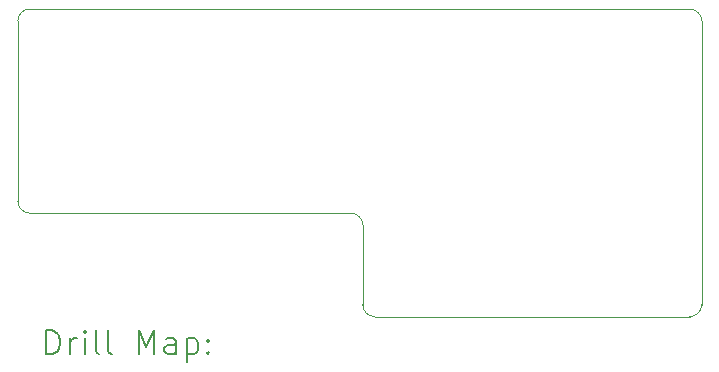
<source format=gbr>
%TF.GenerationSoftware,KiCad,Pcbnew,7.0.2-0*%
%TF.CreationDate,2023-06-03T15:31:35+02:00*%
%TF.ProjectId,MegaCD,4d656761-4344-42e6-9b69-6361645f7063,rev?*%
%TF.SameCoordinates,Original*%
%TF.FileFunction,Drillmap*%
%TF.FilePolarity,Positive*%
%FSLAX45Y45*%
G04 Gerber Fmt 4.5, Leading zero omitted, Abs format (unit mm)*
G04 Created by KiCad (PCBNEW 7.0.2-0) date 2023-06-03 15:31:35*
%MOMM*%
%LPD*%
G01*
G04 APERTURE LIST*
%ADD10C,0.100000*%
%ADD11C,0.200000*%
G04 APERTURE END LIST*
D10*
X17500600Y-10579100D02*
X17500600Y-12979400D01*
X11811000Y-10477500D02*
G75*
G03*
X11709400Y-10579100I0J-101600D01*
G01*
X11709400Y-12103100D02*
X11709400Y-10579100D01*
X11811000Y-10477500D02*
X17399000Y-10477500D01*
X14630400Y-12306300D02*
X14630400Y-12979400D01*
X17500600Y-10579100D02*
G75*
G03*
X17399000Y-10477500I-101600J0D01*
G01*
X11709400Y-12103100D02*
G75*
G03*
X11811000Y-12204700I101600J0D01*
G01*
X14732000Y-13081000D02*
X17399000Y-13081000D01*
X11811000Y-12204700D02*
X14528800Y-12204700D01*
X14630400Y-12306300D02*
G75*
G03*
X14528800Y-12204700I-101600J0D01*
G01*
X14630400Y-12979400D02*
G75*
G03*
X14732000Y-13081000I101600J0D01*
G01*
X17399000Y-13081000D02*
G75*
G03*
X17500600Y-12979400I0J101600D01*
G01*
D11*
X11952019Y-13398524D02*
X11952019Y-13198524D01*
X11952019Y-13198524D02*
X11999638Y-13198524D01*
X11999638Y-13198524D02*
X12028209Y-13208048D01*
X12028209Y-13208048D02*
X12047257Y-13227095D01*
X12047257Y-13227095D02*
X12056781Y-13246143D01*
X12056781Y-13246143D02*
X12066305Y-13284238D01*
X12066305Y-13284238D02*
X12066305Y-13312809D01*
X12066305Y-13312809D02*
X12056781Y-13350905D01*
X12056781Y-13350905D02*
X12047257Y-13369952D01*
X12047257Y-13369952D02*
X12028209Y-13389000D01*
X12028209Y-13389000D02*
X11999638Y-13398524D01*
X11999638Y-13398524D02*
X11952019Y-13398524D01*
X12152019Y-13398524D02*
X12152019Y-13265190D01*
X12152019Y-13303286D02*
X12161543Y-13284238D01*
X12161543Y-13284238D02*
X12171067Y-13274714D01*
X12171067Y-13274714D02*
X12190114Y-13265190D01*
X12190114Y-13265190D02*
X12209162Y-13265190D01*
X12275828Y-13398524D02*
X12275828Y-13265190D01*
X12275828Y-13198524D02*
X12266305Y-13208048D01*
X12266305Y-13208048D02*
X12275828Y-13217571D01*
X12275828Y-13217571D02*
X12285352Y-13208048D01*
X12285352Y-13208048D02*
X12275828Y-13198524D01*
X12275828Y-13198524D02*
X12275828Y-13217571D01*
X12399638Y-13398524D02*
X12380590Y-13389000D01*
X12380590Y-13389000D02*
X12371067Y-13369952D01*
X12371067Y-13369952D02*
X12371067Y-13198524D01*
X12504400Y-13398524D02*
X12485352Y-13389000D01*
X12485352Y-13389000D02*
X12475828Y-13369952D01*
X12475828Y-13369952D02*
X12475828Y-13198524D01*
X12732971Y-13398524D02*
X12732971Y-13198524D01*
X12732971Y-13198524D02*
X12799638Y-13341381D01*
X12799638Y-13341381D02*
X12866305Y-13198524D01*
X12866305Y-13198524D02*
X12866305Y-13398524D01*
X13047257Y-13398524D02*
X13047257Y-13293762D01*
X13047257Y-13293762D02*
X13037733Y-13274714D01*
X13037733Y-13274714D02*
X13018686Y-13265190D01*
X13018686Y-13265190D02*
X12980590Y-13265190D01*
X12980590Y-13265190D02*
X12961543Y-13274714D01*
X13047257Y-13389000D02*
X13028209Y-13398524D01*
X13028209Y-13398524D02*
X12980590Y-13398524D01*
X12980590Y-13398524D02*
X12961543Y-13389000D01*
X12961543Y-13389000D02*
X12952019Y-13369952D01*
X12952019Y-13369952D02*
X12952019Y-13350905D01*
X12952019Y-13350905D02*
X12961543Y-13331857D01*
X12961543Y-13331857D02*
X12980590Y-13322333D01*
X12980590Y-13322333D02*
X13028209Y-13322333D01*
X13028209Y-13322333D02*
X13047257Y-13312809D01*
X13142495Y-13265190D02*
X13142495Y-13465190D01*
X13142495Y-13274714D02*
X13161543Y-13265190D01*
X13161543Y-13265190D02*
X13199638Y-13265190D01*
X13199638Y-13265190D02*
X13218686Y-13274714D01*
X13218686Y-13274714D02*
X13228209Y-13284238D01*
X13228209Y-13284238D02*
X13237733Y-13303286D01*
X13237733Y-13303286D02*
X13237733Y-13360428D01*
X13237733Y-13360428D02*
X13228209Y-13379476D01*
X13228209Y-13379476D02*
X13218686Y-13389000D01*
X13218686Y-13389000D02*
X13199638Y-13398524D01*
X13199638Y-13398524D02*
X13161543Y-13398524D01*
X13161543Y-13398524D02*
X13142495Y-13389000D01*
X13323448Y-13379476D02*
X13332971Y-13389000D01*
X13332971Y-13389000D02*
X13323448Y-13398524D01*
X13323448Y-13398524D02*
X13313924Y-13389000D01*
X13313924Y-13389000D02*
X13323448Y-13379476D01*
X13323448Y-13379476D02*
X13323448Y-13398524D01*
X13323448Y-13274714D02*
X13332971Y-13284238D01*
X13332971Y-13284238D02*
X13323448Y-13293762D01*
X13323448Y-13293762D02*
X13313924Y-13284238D01*
X13313924Y-13284238D02*
X13323448Y-13274714D01*
X13323448Y-13274714D02*
X13323448Y-13293762D01*
M02*

</source>
